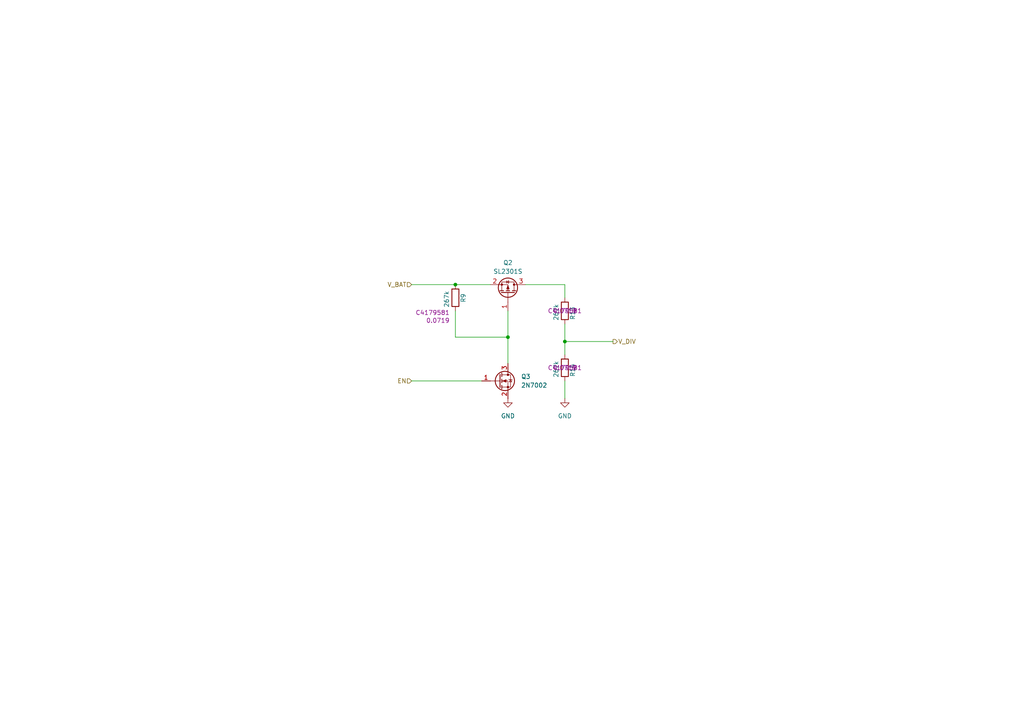
<source format=kicad_sch>
(kicad_sch (version 20250114) (generator "eeschema") (generator_version "9.0")
  (paper "A4")
  (lib_symbols
    (symbol "Device:R" (pin_numbers (hide yes)) (pin_names (offset 0))
      (property "Reference" "R" (at 2.032 0 90))
      (property "Value" "R" (at 0 0 90))
      (symbol "R_0_1"
        (rectangle (start -1.016 -2.54) (end 1.016 2.54) (stroke (width 0.254)))
      )
      (symbol "R_1_1"
        (pin passive line (at 0 3.81 270) (length 1.27) (name "~") (number "1"))
        (pin passive line (at 0 -3.81 90) (length 1.27) (name "~") (number "2"))
      )
    )
    (symbol "Transistor_FET:2N7002" (pin_names (hide yes))
      (property "Reference" "Q" (at 5.08 1.905 0))
      (property "Value" "2N7002" (at 5.08 0 0))
      (symbol "2N7002_0_1"
        (polyline (pts (xy 0.254 1.905) (xy 0.254 -1.905)) (stroke (width 0.254)))
        (polyline (pts (xy 0.254 0) (xy -2.54 0)))
        (polyline (pts (xy 0.762 2.286) (xy 0.762 1.27)) (stroke (width 0.254)))
        (polyline (pts (xy 0.762 0.508) (xy 0.762 -0.508)) (stroke (width 0.254)))
        (polyline (pts (xy 0.762 -1.27) (xy 0.762 -2.286)) (stroke (width 0.254)))
        (polyline (pts (xy 0.762 -1.778) (xy 3.302 -1.778) (xy 3.302 1.778) (xy 0.762 1.778)))
        (polyline (pts (xy 1.016 0) (xy 2.032 0.381) (xy 2.032 -0.381) (xy 1.016 0)) (fill (type outline)))
        (circle (center 1.651 0) (radius 2.794) (stroke (width 0.254)))
        (polyline (pts (xy 2.54 2.54) (xy 2.54 1.778)))
        (circle (center 2.54 1.778) (radius 0.254) (fill (type outline)))
        (circle (center 2.54 -1.778) (radius 0.254) (fill (type outline)))
        (polyline (pts (xy 2.54 -2.54) (xy 2.54 0) (xy 0.762 0)))
        (polyline (pts (xy 2.794 0.508) (xy 2.921 0.381) (xy 3.683 0.381) (xy 3.81 0.254)))
        (polyline (pts (xy 3.302 0.381) (xy 2.921 -0.254) (xy 3.683 -0.254) (xy 3.302 0.381)))
      )
      (symbol "2N7002_1_1"
        (pin input line (at -5.08 0 0) (length 2.54) (name "G") (number "1"))
        (pin passive line (at 2.54 5.08 270) (length 2.54) (name "D") (number "3"))
        (pin passive line (at 2.54 -5.08 90) (length 2.54) (name "S") (number "2"))
      )
    )
    (symbol "Transistor_FET:Q_PMOS_GSD" (pin_names (offset 0) (hide yes))
      (property "Reference" "Q" (at 5.08 1.905 0))
      (property "Value" "Q_PMOS_GSD" (at 5.08 0 0))
      (symbol "Q_PMOS_GSD_0_1"
        (polyline (pts (xy 0.254 1.905) (xy 0.254 -1.905)) (stroke (width 0.254)))
        (polyline (pts (xy 0.254 0) (xy -2.54 0)))
        (polyline (pts (xy 0.762 2.286) (xy 0.762 1.27)) (stroke (width 0.254)))
        (polyline (pts (xy 0.762 1.778) (xy 3.302 1.778) (xy 3.302 -1.778) (xy 0.762 -1.778)))
        (polyline (pts (xy 0.762 0.508) (xy 0.762 -0.508)) (stroke (width 0.254)))
        (polyline (pts (xy 0.762 -1.27) (xy 0.762 -2.286)) (stroke (width 0.254)))
        (circle (center 1.651 0) (radius 2.794) (stroke (width 0.254)))
        (polyline (pts (xy 2.286 0) (xy 1.27 0.381) (xy 1.27 -0.381) (xy 2.286 0)) (fill (type outline)))
        (polyline (pts (xy 2.54 2.54) (xy 2.54 1.778)))
        (circle (center 2.54 1.778) (radius 0.254) (fill (type outline)))
        (circle (center 2.54 -1.778) (radius 0.254) (fill (type outline)))
        (polyline (pts (xy 2.54 -2.54) (xy 2.54 0) (xy 0.762 0)))
        (polyline (pts (xy 2.921 -0.381) (xy 3.683 -0.381)))
        (polyline (pts (xy 3.302 -0.381) (xy 2.921 0.254) (xy 3.683 0.254) (xy 3.302 -0.381)))
      )
      (symbol "Q_PMOS_GSD_1_1"
        (pin input line (at -5.08 0 0) (length 2.54) (name "G") (number "1"))
        (pin passive line (at 2.54 5.08 270) (length 2.54) (name "D") (number "3"))
        (pin passive line (at 2.54 -5.08 90) (length 2.54) (name "S") (number "2"))
      )
    )
    (symbol "power:GND" (power) (pin_numbers (hide yes)) (pin_names (offset 0) (hide yes))
      (property "Value" "GND" (at 0 -3.81 0))
      (symbol "GND_0_1"
        (polyline (pts (xy 0 0) (xy 0 -1.27) (xy 1.27 -1.27) (xy 0 -2.54) (xy -1.27 -1.27) (xy 0 -1.27)))
      )
      (symbol "GND_1_1"
        (pin power_in line (at 0 0 270) (length 0) (name "~") (number "1"))
      )
    )
  )
  (junction (at 132.08 82.55))
  (junction (at 163.83 99.06))
  (junction (at 147.32 97.79))
  (wire (pts (xy 163.83 99.06) (xy 163.83 102.87)))
  (wire (pts (xy 119.38 82.55) (xy 132.08 82.55)))
  (wire (pts (xy 163.83 93.98) (xy 163.83 99.06)))
  (wire (pts (xy 132.08 82.55) (xy 142.24 82.55)))
  (wire (pts (xy 147.32 90.17) (xy 147.32 97.79)))
  (wire (pts (xy 163.83 99.06) (xy 177.8 99.06)))
  (wire (pts (xy 163.83 86.36) (xy 163.83 82.55)))
  (wire (pts (xy 132.08 90.17) (xy 132.08 97.79)))
  (wire (pts (xy 132.08 97.79) (xy 147.32 97.79)))
  (wire (pts (xy 147.32 97.79) (xy 147.32 105.41)))
  (wire (pts (xy 163.83 82.55) (xy 152.4 82.55)))
  (wire (pts (xy 119.38 110.49) (xy 139.7 110.49)))
  (wire (pts (xy 163.83 115.57) (xy 163.83 110.49)))
  (hierarchical_label "V_DIV" (shape output) (at 177.8 99.06 0))
  (hierarchical_label "EN" (shape input) (at 119.38 110.49 180))
  (hierarchical_label "V_BAT" (shape input) (at 119.38 82.55 180))
  (symbol (lib_id "Device:R") (at 163.83 106.68 180) (unit 1)
    (property "Reference" "R14" (at 166.116 105.41 90) (effects (justify left)))
    (property "Value" "267k" (at 161.29 104.648 90) (effects (justify left)))
    (property "Footprint" "Resistor_SMD:R_0603_1608Metric" (effects (hide yes)))
    (property "Description" "Resistor" (effects (hide yes)))
    (property "LCSC part" "C4179581" (at 163.83 106.68 0))
    (property "LCSC price ($US)" "0.0719" (at 163.83 106.68 0))
  )
  (symbol (lib_id "Device:R") (at 132.08 86.36 180) (unit 1)
    (property "Reference" "R9" (at 134.366 85.09 90) (effects (justify left)))
    (property "Value" "267k" (at 129.54 84.328 90) (effects (justify left)))
    (property "Footprint" "Resistor_SMD:R_0603_1608Metric" (effects (hide yes)))
    (property "Description" "Resistor" (effects (hide yes)))
    (property "LCSC part" "C4179581" (at 125.476 90.678 0))
    (property "LCSC price ($US)" "0.0719" (at 127 92.964 0))
  )
  (symbol (lib_id "Device:R") (at 163.83 90.17 180) (unit 1)
    (property "Reference" "R13" (at 166.116 88.9 90) (effects (justify left)))
    (property "Value" "267k" (at 161.29 88.138 90) (effects (justify left)))
    (property "Footprint" "Resistor_SMD:R_0603_1608Metric" (effects (hide yes)))
    (property "Description" "Resistor" (effects (hide yes)))
    (property "LCSC part" "C4179581" (at 163.83 90.17 0))
    (property "LCSC price ($US)" "0.0719" (at 163.83 90.17 0))
  )
  (symbol (lib_id "Transistor_FET:Q_PMOS_GSD") (at 147.32 85.09 270) (mirror x) (unit 1)
    (property "Reference" "Q2" (at 147.32 76.2 90))
    (property "Value" "SL2301S" (at 147.32 78.74 90))
    (property "Footprint" "Package_TO_SOT_SMD:SOT-23" (effects (hide yes)))
    (property "Description" "P-MOSFET transistor, gate/source/drain" (effects (hide yes)))
    (property "LCSC part" "C473810" (effects (hide yes)))
    (property "LCSC price ($US)" "0.0129" (effects (hide yes)))
  )
  (symbol (lib_id "Transistor_FET:2N7002") (at 144.78 110.49 0) (unit 1)
    (property "Reference" "Q3" (at 151.13 109.2199 0) (effects (justify left)))
    (property "Value" "2N7002" (at 151.13 111.7599 0) (effects (justify left)))
    (property "Footprint" "Package_TO_SOT_SMD:SOT-23" (effects (hide yes)))
    (property "Datasheet" "https://www.onsemi.com/pub/Collateral/NDS7002A-D.PDF" (effects (hide yes)))
    (property "Description" "0.115A Id, 60V Vds, N-Channel MOSFET, SOT-23" (effects (hide yes)))
    (property "LCSC part" "C282405" (effects (hide yes)))
    (property "LCSC price ($US)" "0.0258" (effects (hide yes)))
  )
  (symbol (lib_id "power:GND") (at 163.83 115.57 0) (unit 1)
    (property "Reference" "#PWR047" (effects (hide yes)))
    (property "Value" "GND" (at 163.83 120.65 0))
    (property "Description" "Power symbol creates a global label with name \"GND\" , ground" (effects (hide yes)))
  )
  (symbol (lib_id "power:GND") (at 147.32 115.57 0) (unit 1)
    (property "Reference" "#PWR050" (effects (hide yes)))
    (property "Value" "GND" (at 147.32 120.65 0))
    (property "Description" "Power symbol creates a global label with name \"GND\" , ground" (effects (hide yes)))
  )
)
</source>
